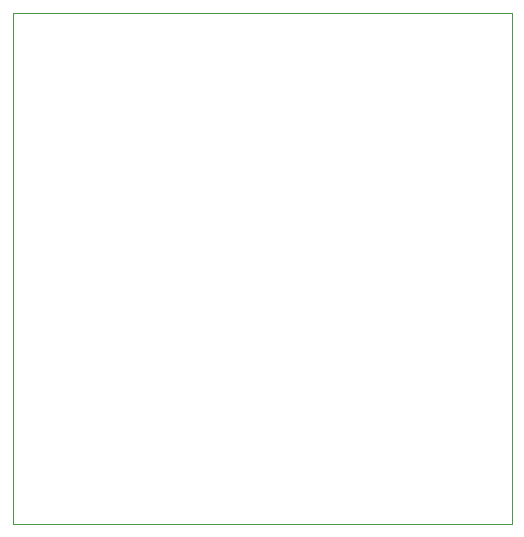
<source format=gbr>
%TF.GenerationSoftware,KiCad,Pcbnew,8.0.1*%
%TF.CreationDate,2024-04-03T15:52:09+05:30*%
%TF.ProjectId,ResistiveCrossbar,52657369-7374-4697-9665-43726f737362,rev?*%
%TF.SameCoordinates,Original*%
%TF.FileFunction,Profile,NP*%
%FSLAX46Y46*%
G04 Gerber Fmt 4.6, Leading zero omitted, Abs format (unit mm)*
G04 Created by KiCad (PCBNEW 8.0.1) date 2024-04-03 15:52:09*
%MOMM*%
%LPD*%
G01*
G04 APERTURE LIST*
%TA.AperFunction,Profile*%
%ADD10C,0.050000*%
%TD*%
G04 APERTURE END LIST*
D10*
X114750000Y-38000000D02*
X157000000Y-38000000D01*
X157000000Y-81250000D01*
X114750000Y-81250000D01*
X114750000Y-38000000D01*
M02*

</source>
